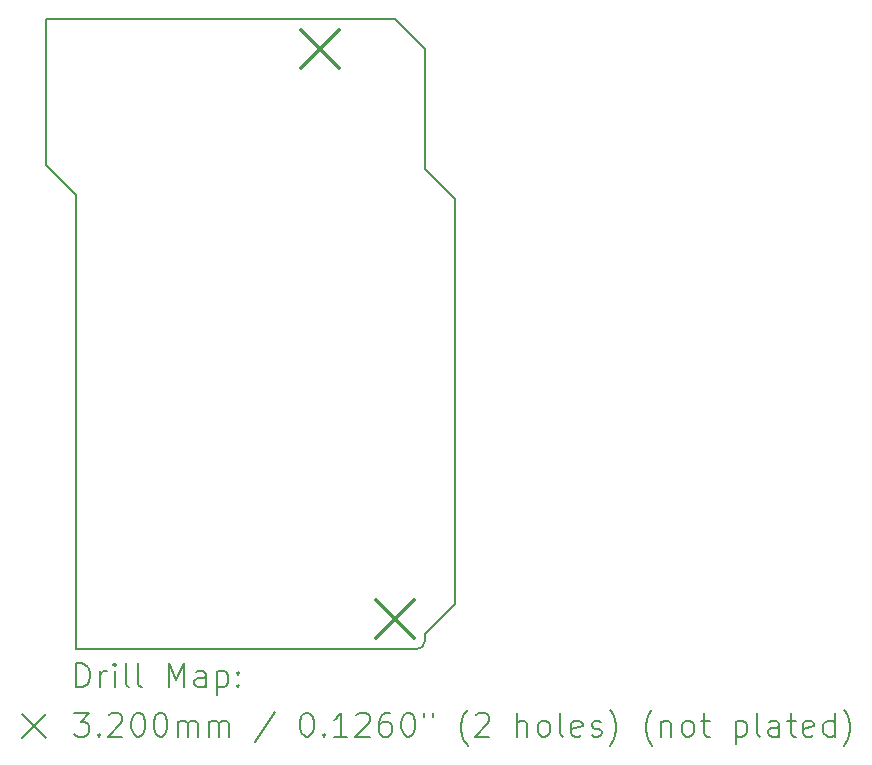
<source format=gbr>
%TF.GenerationSoftware,KiCad,Pcbnew,8.0.5*%
%TF.CreationDate,2024-09-14T16:10:26+01:00*%
%TF.ProjectId,DataShield,44617461-5368-4696-956c-642e6b696361,rev?*%
%TF.SameCoordinates,Original*%
%TF.FileFunction,Drillmap*%
%TF.FilePolarity,Positive*%
%FSLAX45Y45*%
G04 Gerber Fmt 4.5, Leading zero omitted, Abs format (unit mm)*
G04 Created by KiCad (PCBNEW 8.0.5) date 2024-09-14 16:10:26*
%MOMM*%
%LPD*%
G01*
G04 APERTURE LIST*
%ADD10C,0.150000*%
%ADD11C,0.200000*%
%ADD12C,0.320000*%
G04 APERTURE END LIST*
D10*
X16950000Y-6150000D02*
X16950000Y-10000000D01*
X19906000Y-5936000D02*
X20160000Y-6190000D01*
X20160000Y-6190000D02*
X20160000Y-9619000D01*
X16700000Y-4666000D02*
X16700000Y-5900000D01*
X19829800Y-10000000D02*
X16950000Y-10000000D01*
X16700000Y-4666000D02*
X19652000Y-4666000D01*
X20160000Y-9619000D02*
X19906000Y-9873000D01*
X19652000Y-4666000D02*
X19906000Y-4920000D01*
X19906000Y-9923800D02*
G75*
G02*
X19829800Y-10000000I-76200J0D01*
G01*
X16700000Y-5900000D02*
X16950000Y-6150000D01*
X19906000Y-4920000D02*
X19906000Y-5936000D01*
X19906000Y-9873000D02*
X19906000Y-9923800D01*
D11*
D12*
X18857000Y-4760000D02*
X19177000Y-5080000D01*
X19177000Y-4760000D02*
X18857000Y-5080000D01*
X19492000Y-9586000D02*
X19812000Y-9906000D01*
X19812000Y-9586000D02*
X19492000Y-9906000D01*
D11*
X16953277Y-10318984D02*
X16953277Y-10118984D01*
X16953277Y-10118984D02*
X17000896Y-10118984D01*
X17000896Y-10118984D02*
X17029467Y-10128508D01*
X17029467Y-10128508D02*
X17048515Y-10147555D01*
X17048515Y-10147555D02*
X17058039Y-10166603D01*
X17058039Y-10166603D02*
X17067563Y-10204698D01*
X17067563Y-10204698D02*
X17067563Y-10233270D01*
X17067563Y-10233270D02*
X17058039Y-10271365D01*
X17058039Y-10271365D02*
X17048515Y-10290412D01*
X17048515Y-10290412D02*
X17029467Y-10309460D01*
X17029467Y-10309460D02*
X17000896Y-10318984D01*
X17000896Y-10318984D02*
X16953277Y-10318984D01*
X17153277Y-10318984D02*
X17153277Y-10185650D01*
X17153277Y-10223746D02*
X17162801Y-10204698D01*
X17162801Y-10204698D02*
X17172324Y-10195174D01*
X17172324Y-10195174D02*
X17191372Y-10185650D01*
X17191372Y-10185650D02*
X17210420Y-10185650D01*
X17277086Y-10318984D02*
X17277086Y-10185650D01*
X17277086Y-10118984D02*
X17267563Y-10128508D01*
X17267563Y-10128508D02*
X17277086Y-10138031D01*
X17277086Y-10138031D02*
X17286610Y-10128508D01*
X17286610Y-10128508D02*
X17277086Y-10118984D01*
X17277086Y-10118984D02*
X17277086Y-10138031D01*
X17400896Y-10318984D02*
X17381848Y-10309460D01*
X17381848Y-10309460D02*
X17372324Y-10290412D01*
X17372324Y-10290412D02*
X17372324Y-10118984D01*
X17505658Y-10318984D02*
X17486610Y-10309460D01*
X17486610Y-10309460D02*
X17477086Y-10290412D01*
X17477086Y-10290412D02*
X17477086Y-10118984D01*
X17734229Y-10318984D02*
X17734229Y-10118984D01*
X17734229Y-10118984D02*
X17800896Y-10261841D01*
X17800896Y-10261841D02*
X17867563Y-10118984D01*
X17867563Y-10118984D02*
X17867563Y-10318984D01*
X18048515Y-10318984D02*
X18048515Y-10214222D01*
X18048515Y-10214222D02*
X18038991Y-10195174D01*
X18038991Y-10195174D02*
X18019944Y-10185650D01*
X18019944Y-10185650D02*
X17981848Y-10185650D01*
X17981848Y-10185650D02*
X17962801Y-10195174D01*
X18048515Y-10309460D02*
X18029467Y-10318984D01*
X18029467Y-10318984D02*
X17981848Y-10318984D01*
X17981848Y-10318984D02*
X17962801Y-10309460D01*
X17962801Y-10309460D02*
X17953277Y-10290412D01*
X17953277Y-10290412D02*
X17953277Y-10271365D01*
X17953277Y-10271365D02*
X17962801Y-10252317D01*
X17962801Y-10252317D02*
X17981848Y-10242793D01*
X17981848Y-10242793D02*
X18029467Y-10242793D01*
X18029467Y-10242793D02*
X18048515Y-10233270D01*
X18143753Y-10185650D02*
X18143753Y-10385650D01*
X18143753Y-10195174D02*
X18162801Y-10185650D01*
X18162801Y-10185650D02*
X18200896Y-10185650D01*
X18200896Y-10185650D02*
X18219944Y-10195174D01*
X18219944Y-10195174D02*
X18229467Y-10204698D01*
X18229467Y-10204698D02*
X18238991Y-10223746D01*
X18238991Y-10223746D02*
X18238991Y-10280889D01*
X18238991Y-10280889D02*
X18229467Y-10299936D01*
X18229467Y-10299936D02*
X18219944Y-10309460D01*
X18219944Y-10309460D02*
X18200896Y-10318984D01*
X18200896Y-10318984D02*
X18162801Y-10318984D01*
X18162801Y-10318984D02*
X18143753Y-10309460D01*
X18324705Y-10299936D02*
X18334229Y-10309460D01*
X18334229Y-10309460D02*
X18324705Y-10318984D01*
X18324705Y-10318984D02*
X18315182Y-10309460D01*
X18315182Y-10309460D02*
X18324705Y-10299936D01*
X18324705Y-10299936D02*
X18324705Y-10318984D01*
X18324705Y-10195174D02*
X18334229Y-10204698D01*
X18334229Y-10204698D02*
X18324705Y-10214222D01*
X18324705Y-10214222D02*
X18315182Y-10204698D01*
X18315182Y-10204698D02*
X18324705Y-10195174D01*
X18324705Y-10195174D02*
X18324705Y-10214222D01*
X16492500Y-10547500D02*
X16692500Y-10747500D01*
X16692500Y-10547500D02*
X16492500Y-10747500D01*
X16934229Y-10538984D02*
X17058039Y-10538984D01*
X17058039Y-10538984D02*
X16991372Y-10615174D01*
X16991372Y-10615174D02*
X17019944Y-10615174D01*
X17019944Y-10615174D02*
X17038991Y-10624698D01*
X17038991Y-10624698D02*
X17048515Y-10634222D01*
X17048515Y-10634222D02*
X17058039Y-10653270D01*
X17058039Y-10653270D02*
X17058039Y-10700889D01*
X17058039Y-10700889D02*
X17048515Y-10719936D01*
X17048515Y-10719936D02*
X17038991Y-10729460D01*
X17038991Y-10729460D02*
X17019944Y-10738984D01*
X17019944Y-10738984D02*
X16962801Y-10738984D01*
X16962801Y-10738984D02*
X16943753Y-10729460D01*
X16943753Y-10729460D02*
X16934229Y-10719936D01*
X17143753Y-10719936D02*
X17153277Y-10729460D01*
X17153277Y-10729460D02*
X17143753Y-10738984D01*
X17143753Y-10738984D02*
X17134229Y-10729460D01*
X17134229Y-10729460D02*
X17143753Y-10719936D01*
X17143753Y-10719936D02*
X17143753Y-10738984D01*
X17229467Y-10558031D02*
X17238991Y-10548508D01*
X17238991Y-10548508D02*
X17258039Y-10538984D01*
X17258039Y-10538984D02*
X17305658Y-10538984D01*
X17305658Y-10538984D02*
X17324705Y-10548508D01*
X17324705Y-10548508D02*
X17334229Y-10558031D01*
X17334229Y-10558031D02*
X17343753Y-10577079D01*
X17343753Y-10577079D02*
X17343753Y-10596127D01*
X17343753Y-10596127D02*
X17334229Y-10624698D01*
X17334229Y-10624698D02*
X17219944Y-10738984D01*
X17219944Y-10738984D02*
X17343753Y-10738984D01*
X17467563Y-10538984D02*
X17486610Y-10538984D01*
X17486610Y-10538984D02*
X17505658Y-10548508D01*
X17505658Y-10548508D02*
X17515182Y-10558031D01*
X17515182Y-10558031D02*
X17524705Y-10577079D01*
X17524705Y-10577079D02*
X17534229Y-10615174D01*
X17534229Y-10615174D02*
X17534229Y-10662793D01*
X17534229Y-10662793D02*
X17524705Y-10700889D01*
X17524705Y-10700889D02*
X17515182Y-10719936D01*
X17515182Y-10719936D02*
X17505658Y-10729460D01*
X17505658Y-10729460D02*
X17486610Y-10738984D01*
X17486610Y-10738984D02*
X17467563Y-10738984D01*
X17467563Y-10738984D02*
X17448515Y-10729460D01*
X17448515Y-10729460D02*
X17438991Y-10719936D01*
X17438991Y-10719936D02*
X17429467Y-10700889D01*
X17429467Y-10700889D02*
X17419944Y-10662793D01*
X17419944Y-10662793D02*
X17419944Y-10615174D01*
X17419944Y-10615174D02*
X17429467Y-10577079D01*
X17429467Y-10577079D02*
X17438991Y-10558031D01*
X17438991Y-10558031D02*
X17448515Y-10548508D01*
X17448515Y-10548508D02*
X17467563Y-10538984D01*
X17658039Y-10538984D02*
X17677086Y-10538984D01*
X17677086Y-10538984D02*
X17696134Y-10548508D01*
X17696134Y-10548508D02*
X17705658Y-10558031D01*
X17705658Y-10558031D02*
X17715182Y-10577079D01*
X17715182Y-10577079D02*
X17724705Y-10615174D01*
X17724705Y-10615174D02*
X17724705Y-10662793D01*
X17724705Y-10662793D02*
X17715182Y-10700889D01*
X17715182Y-10700889D02*
X17705658Y-10719936D01*
X17705658Y-10719936D02*
X17696134Y-10729460D01*
X17696134Y-10729460D02*
X17677086Y-10738984D01*
X17677086Y-10738984D02*
X17658039Y-10738984D01*
X17658039Y-10738984D02*
X17638991Y-10729460D01*
X17638991Y-10729460D02*
X17629467Y-10719936D01*
X17629467Y-10719936D02*
X17619944Y-10700889D01*
X17619944Y-10700889D02*
X17610420Y-10662793D01*
X17610420Y-10662793D02*
X17610420Y-10615174D01*
X17610420Y-10615174D02*
X17619944Y-10577079D01*
X17619944Y-10577079D02*
X17629467Y-10558031D01*
X17629467Y-10558031D02*
X17638991Y-10548508D01*
X17638991Y-10548508D02*
X17658039Y-10538984D01*
X17810420Y-10738984D02*
X17810420Y-10605650D01*
X17810420Y-10624698D02*
X17819944Y-10615174D01*
X17819944Y-10615174D02*
X17838991Y-10605650D01*
X17838991Y-10605650D02*
X17867563Y-10605650D01*
X17867563Y-10605650D02*
X17886610Y-10615174D01*
X17886610Y-10615174D02*
X17896134Y-10634222D01*
X17896134Y-10634222D02*
X17896134Y-10738984D01*
X17896134Y-10634222D02*
X17905658Y-10615174D01*
X17905658Y-10615174D02*
X17924705Y-10605650D01*
X17924705Y-10605650D02*
X17953277Y-10605650D01*
X17953277Y-10605650D02*
X17972325Y-10615174D01*
X17972325Y-10615174D02*
X17981848Y-10634222D01*
X17981848Y-10634222D02*
X17981848Y-10738984D01*
X18077086Y-10738984D02*
X18077086Y-10605650D01*
X18077086Y-10624698D02*
X18086610Y-10615174D01*
X18086610Y-10615174D02*
X18105658Y-10605650D01*
X18105658Y-10605650D02*
X18134229Y-10605650D01*
X18134229Y-10605650D02*
X18153277Y-10615174D01*
X18153277Y-10615174D02*
X18162801Y-10634222D01*
X18162801Y-10634222D02*
X18162801Y-10738984D01*
X18162801Y-10634222D02*
X18172325Y-10615174D01*
X18172325Y-10615174D02*
X18191372Y-10605650D01*
X18191372Y-10605650D02*
X18219944Y-10605650D01*
X18219944Y-10605650D02*
X18238991Y-10615174D01*
X18238991Y-10615174D02*
X18248515Y-10634222D01*
X18248515Y-10634222D02*
X18248515Y-10738984D01*
X18638991Y-10529460D02*
X18467563Y-10786603D01*
X18896134Y-10538984D02*
X18915182Y-10538984D01*
X18915182Y-10538984D02*
X18934229Y-10548508D01*
X18934229Y-10548508D02*
X18943753Y-10558031D01*
X18943753Y-10558031D02*
X18953277Y-10577079D01*
X18953277Y-10577079D02*
X18962801Y-10615174D01*
X18962801Y-10615174D02*
X18962801Y-10662793D01*
X18962801Y-10662793D02*
X18953277Y-10700889D01*
X18953277Y-10700889D02*
X18943753Y-10719936D01*
X18943753Y-10719936D02*
X18934229Y-10729460D01*
X18934229Y-10729460D02*
X18915182Y-10738984D01*
X18915182Y-10738984D02*
X18896134Y-10738984D01*
X18896134Y-10738984D02*
X18877087Y-10729460D01*
X18877087Y-10729460D02*
X18867563Y-10719936D01*
X18867563Y-10719936D02*
X18858039Y-10700889D01*
X18858039Y-10700889D02*
X18848515Y-10662793D01*
X18848515Y-10662793D02*
X18848515Y-10615174D01*
X18848515Y-10615174D02*
X18858039Y-10577079D01*
X18858039Y-10577079D02*
X18867563Y-10558031D01*
X18867563Y-10558031D02*
X18877087Y-10548508D01*
X18877087Y-10548508D02*
X18896134Y-10538984D01*
X19048515Y-10719936D02*
X19058039Y-10729460D01*
X19058039Y-10729460D02*
X19048515Y-10738984D01*
X19048515Y-10738984D02*
X19038991Y-10729460D01*
X19038991Y-10729460D02*
X19048515Y-10719936D01*
X19048515Y-10719936D02*
X19048515Y-10738984D01*
X19248515Y-10738984D02*
X19134229Y-10738984D01*
X19191372Y-10738984D02*
X19191372Y-10538984D01*
X19191372Y-10538984D02*
X19172325Y-10567555D01*
X19172325Y-10567555D02*
X19153277Y-10586603D01*
X19153277Y-10586603D02*
X19134229Y-10596127D01*
X19324706Y-10558031D02*
X19334229Y-10548508D01*
X19334229Y-10548508D02*
X19353277Y-10538984D01*
X19353277Y-10538984D02*
X19400896Y-10538984D01*
X19400896Y-10538984D02*
X19419944Y-10548508D01*
X19419944Y-10548508D02*
X19429468Y-10558031D01*
X19429468Y-10558031D02*
X19438991Y-10577079D01*
X19438991Y-10577079D02*
X19438991Y-10596127D01*
X19438991Y-10596127D02*
X19429468Y-10624698D01*
X19429468Y-10624698D02*
X19315182Y-10738984D01*
X19315182Y-10738984D02*
X19438991Y-10738984D01*
X19610420Y-10538984D02*
X19572325Y-10538984D01*
X19572325Y-10538984D02*
X19553277Y-10548508D01*
X19553277Y-10548508D02*
X19543753Y-10558031D01*
X19543753Y-10558031D02*
X19524706Y-10586603D01*
X19524706Y-10586603D02*
X19515182Y-10624698D01*
X19515182Y-10624698D02*
X19515182Y-10700889D01*
X19515182Y-10700889D02*
X19524706Y-10719936D01*
X19524706Y-10719936D02*
X19534229Y-10729460D01*
X19534229Y-10729460D02*
X19553277Y-10738984D01*
X19553277Y-10738984D02*
X19591372Y-10738984D01*
X19591372Y-10738984D02*
X19610420Y-10729460D01*
X19610420Y-10729460D02*
X19619944Y-10719936D01*
X19619944Y-10719936D02*
X19629468Y-10700889D01*
X19629468Y-10700889D02*
X19629468Y-10653270D01*
X19629468Y-10653270D02*
X19619944Y-10634222D01*
X19619944Y-10634222D02*
X19610420Y-10624698D01*
X19610420Y-10624698D02*
X19591372Y-10615174D01*
X19591372Y-10615174D02*
X19553277Y-10615174D01*
X19553277Y-10615174D02*
X19534229Y-10624698D01*
X19534229Y-10624698D02*
X19524706Y-10634222D01*
X19524706Y-10634222D02*
X19515182Y-10653270D01*
X19753277Y-10538984D02*
X19772325Y-10538984D01*
X19772325Y-10538984D02*
X19791372Y-10548508D01*
X19791372Y-10548508D02*
X19800896Y-10558031D01*
X19800896Y-10558031D02*
X19810420Y-10577079D01*
X19810420Y-10577079D02*
X19819944Y-10615174D01*
X19819944Y-10615174D02*
X19819944Y-10662793D01*
X19819944Y-10662793D02*
X19810420Y-10700889D01*
X19810420Y-10700889D02*
X19800896Y-10719936D01*
X19800896Y-10719936D02*
X19791372Y-10729460D01*
X19791372Y-10729460D02*
X19772325Y-10738984D01*
X19772325Y-10738984D02*
X19753277Y-10738984D01*
X19753277Y-10738984D02*
X19734229Y-10729460D01*
X19734229Y-10729460D02*
X19724706Y-10719936D01*
X19724706Y-10719936D02*
X19715182Y-10700889D01*
X19715182Y-10700889D02*
X19705658Y-10662793D01*
X19705658Y-10662793D02*
X19705658Y-10615174D01*
X19705658Y-10615174D02*
X19715182Y-10577079D01*
X19715182Y-10577079D02*
X19724706Y-10558031D01*
X19724706Y-10558031D02*
X19734229Y-10548508D01*
X19734229Y-10548508D02*
X19753277Y-10538984D01*
X19896134Y-10538984D02*
X19896134Y-10577079D01*
X19972325Y-10538984D02*
X19972325Y-10577079D01*
X20267563Y-10815174D02*
X20258039Y-10805650D01*
X20258039Y-10805650D02*
X20238991Y-10777079D01*
X20238991Y-10777079D02*
X20229468Y-10758031D01*
X20229468Y-10758031D02*
X20219944Y-10729460D01*
X20219944Y-10729460D02*
X20210420Y-10681841D01*
X20210420Y-10681841D02*
X20210420Y-10643746D01*
X20210420Y-10643746D02*
X20219944Y-10596127D01*
X20219944Y-10596127D02*
X20229468Y-10567555D01*
X20229468Y-10567555D02*
X20238991Y-10548508D01*
X20238991Y-10548508D02*
X20258039Y-10519936D01*
X20258039Y-10519936D02*
X20267563Y-10510412D01*
X20334230Y-10558031D02*
X20343753Y-10548508D01*
X20343753Y-10548508D02*
X20362801Y-10538984D01*
X20362801Y-10538984D02*
X20410420Y-10538984D01*
X20410420Y-10538984D02*
X20429468Y-10548508D01*
X20429468Y-10548508D02*
X20438991Y-10558031D01*
X20438991Y-10558031D02*
X20448515Y-10577079D01*
X20448515Y-10577079D02*
X20448515Y-10596127D01*
X20448515Y-10596127D02*
X20438991Y-10624698D01*
X20438991Y-10624698D02*
X20324706Y-10738984D01*
X20324706Y-10738984D02*
X20448515Y-10738984D01*
X20686611Y-10738984D02*
X20686611Y-10538984D01*
X20772325Y-10738984D02*
X20772325Y-10634222D01*
X20772325Y-10634222D02*
X20762801Y-10615174D01*
X20762801Y-10615174D02*
X20743753Y-10605650D01*
X20743753Y-10605650D02*
X20715182Y-10605650D01*
X20715182Y-10605650D02*
X20696134Y-10615174D01*
X20696134Y-10615174D02*
X20686611Y-10624698D01*
X20896134Y-10738984D02*
X20877087Y-10729460D01*
X20877087Y-10729460D02*
X20867563Y-10719936D01*
X20867563Y-10719936D02*
X20858039Y-10700889D01*
X20858039Y-10700889D02*
X20858039Y-10643746D01*
X20858039Y-10643746D02*
X20867563Y-10624698D01*
X20867563Y-10624698D02*
X20877087Y-10615174D01*
X20877087Y-10615174D02*
X20896134Y-10605650D01*
X20896134Y-10605650D02*
X20924706Y-10605650D01*
X20924706Y-10605650D02*
X20943753Y-10615174D01*
X20943753Y-10615174D02*
X20953277Y-10624698D01*
X20953277Y-10624698D02*
X20962801Y-10643746D01*
X20962801Y-10643746D02*
X20962801Y-10700889D01*
X20962801Y-10700889D02*
X20953277Y-10719936D01*
X20953277Y-10719936D02*
X20943753Y-10729460D01*
X20943753Y-10729460D02*
X20924706Y-10738984D01*
X20924706Y-10738984D02*
X20896134Y-10738984D01*
X21077087Y-10738984D02*
X21058039Y-10729460D01*
X21058039Y-10729460D02*
X21048515Y-10710412D01*
X21048515Y-10710412D02*
X21048515Y-10538984D01*
X21229468Y-10729460D02*
X21210420Y-10738984D01*
X21210420Y-10738984D02*
X21172325Y-10738984D01*
X21172325Y-10738984D02*
X21153277Y-10729460D01*
X21153277Y-10729460D02*
X21143753Y-10710412D01*
X21143753Y-10710412D02*
X21143753Y-10634222D01*
X21143753Y-10634222D02*
X21153277Y-10615174D01*
X21153277Y-10615174D02*
X21172325Y-10605650D01*
X21172325Y-10605650D02*
X21210420Y-10605650D01*
X21210420Y-10605650D02*
X21229468Y-10615174D01*
X21229468Y-10615174D02*
X21238992Y-10634222D01*
X21238992Y-10634222D02*
X21238992Y-10653270D01*
X21238992Y-10653270D02*
X21143753Y-10672317D01*
X21315182Y-10729460D02*
X21334230Y-10738984D01*
X21334230Y-10738984D02*
X21372325Y-10738984D01*
X21372325Y-10738984D02*
X21391373Y-10729460D01*
X21391373Y-10729460D02*
X21400896Y-10710412D01*
X21400896Y-10710412D02*
X21400896Y-10700889D01*
X21400896Y-10700889D02*
X21391373Y-10681841D01*
X21391373Y-10681841D02*
X21372325Y-10672317D01*
X21372325Y-10672317D02*
X21343753Y-10672317D01*
X21343753Y-10672317D02*
X21324706Y-10662793D01*
X21324706Y-10662793D02*
X21315182Y-10643746D01*
X21315182Y-10643746D02*
X21315182Y-10634222D01*
X21315182Y-10634222D02*
X21324706Y-10615174D01*
X21324706Y-10615174D02*
X21343753Y-10605650D01*
X21343753Y-10605650D02*
X21372325Y-10605650D01*
X21372325Y-10605650D02*
X21391373Y-10615174D01*
X21467563Y-10815174D02*
X21477087Y-10805650D01*
X21477087Y-10805650D02*
X21496134Y-10777079D01*
X21496134Y-10777079D02*
X21505658Y-10758031D01*
X21505658Y-10758031D02*
X21515182Y-10729460D01*
X21515182Y-10729460D02*
X21524706Y-10681841D01*
X21524706Y-10681841D02*
X21524706Y-10643746D01*
X21524706Y-10643746D02*
X21515182Y-10596127D01*
X21515182Y-10596127D02*
X21505658Y-10567555D01*
X21505658Y-10567555D02*
X21496134Y-10548508D01*
X21496134Y-10548508D02*
X21477087Y-10519936D01*
X21477087Y-10519936D02*
X21467563Y-10510412D01*
X21829468Y-10815174D02*
X21819944Y-10805650D01*
X21819944Y-10805650D02*
X21800896Y-10777079D01*
X21800896Y-10777079D02*
X21791373Y-10758031D01*
X21791373Y-10758031D02*
X21781849Y-10729460D01*
X21781849Y-10729460D02*
X21772325Y-10681841D01*
X21772325Y-10681841D02*
X21772325Y-10643746D01*
X21772325Y-10643746D02*
X21781849Y-10596127D01*
X21781849Y-10596127D02*
X21791373Y-10567555D01*
X21791373Y-10567555D02*
X21800896Y-10548508D01*
X21800896Y-10548508D02*
X21819944Y-10519936D01*
X21819944Y-10519936D02*
X21829468Y-10510412D01*
X21905658Y-10605650D02*
X21905658Y-10738984D01*
X21905658Y-10624698D02*
X21915182Y-10615174D01*
X21915182Y-10615174D02*
X21934230Y-10605650D01*
X21934230Y-10605650D02*
X21962801Y-10605650D01*
X21962801Y-10605650D02*
X21981849Y-10615174D01*
X21981849Y-10615174D02*
X21991373Y-10634222D01*
X21991373Y-10634222D02*
X21991373Y-10738984D01*
X22115182Y-10738984D02*
X22096134Y-10729460D01*
X22096134Y-10729460D02*
X22086611Y-10719936D01*
X22086611Y-10719936D02*
X22077087Y-10700889D01*
X22077087Y-10700889D02*
X22077087Y-10643746D01*
X22077087Y-10643746D02*
X22086611Y-10624698D01*
X22086611Y-10624698D02*
X22096134Y-10615174D01*
X22096134Y-10615174D02*
X22115182Y-10605650D01*
X22115182Y-10605650D02*
X22143754Y-10605650D01*
X22143754Y-10605650D02*
X22162801Y-10615174D01*
X22162801Y-10615174D02*
X22172325Y-10624698D01*
X22172325Y-10624698D02*
X22181849Y-10643746D01*
X22181849Y-10643746D02*
X22181849Y-10700889D01*
X22181849Y-10700889D02*
X22172325Y-10719936D01*
X22172325Y-10719936D02*
X22162801Y-10729460D01*
X22162801Y-10729460D02*
X22143754Y-10738984D01*
X22143754Y-10738984D02*
X22115182Y-10738984D01*
X22238992Y-10605650D02*
X22315182Y-10605650D01*
X22267563Y-10538984D02*
X22267563Y-10710412D01*
X22267563Y-10710412D02*
X22277087Y-10729460D01*
X22277087Y-10729460D02*
X22296134Y-10738984D01*
X22296134Y-10738984D02*
X22315182Y-10738984D01*
X22534230Y-10605650D02*
X22534230Y-10805650D01*
X22534230Y-10615174D02*
X22553277Y-10605650D01*
X22553277Y-10605650D02*
X22591373Y-10605650D01*
X22591373Y-10605650D02*
X22610420Y-10615174D01*
X22610420Y-10615174D02*
X22619944Y-10624698D01*
X22619944Y-10624698D02*
X22629468Y-10643746D01*
X22629468Y-10643746D02*
X22629468Y-10700889D01*
X22629468Y-10700889D02*
X22619944Y-10719936D01*
X22619944Y-10719936D02*
X22610420Y-10729460D01*
X22610420Y-10729460D02*
X22591373Y-10738984D01*
X22591373Y-10738984D02*
X22553277Y-10738984D01*
X22553277Y-10738984D02*
X22534230Y-10729460D01*
X22743753Y-10738984D02*
X22724706Y-10729460D01*
X22724706Y-10729460D02*
X22715182Y-10710412D01*
X22715182Y-10710412D02*
X22715182Y-10538984D01*
X22905658Y-10738984D02*
X22905658Y-10634222D01*
X22905658Y-10634222D02*
X22896134Y-10615174D01*
X22896134Y-10615174D02*
X22877087Y-10605650D01*
X22877087Y-10605650D02*
X22838992Y-10605650D01*
X22838992Y-10605650D02*
X22819944Y-10615174D01*
X22905658Y-10729460D02*
X22886611Y-10738984D01*
X22886611Y-10738984D02*
X22838992Y-10738984D01*
X22838992Y-10738984D02*
X22819944Y-10729460D01*
X22819944Y-10729460D02*
X22810420Y-10710412D01*
X22810420Y-10710412D02*
X22810420Y-10691365D01*
X22810420Y-10691365D02*
X22819944Y-10672317D01*
X22819944Y-10672317D02*
X22838992Y-10662793D01*
X22838992Y-10662793D02*
X22886611Y-10662793D01*
X22886611Y-10662793D02*
X22905658Y-10653270D01*
X22972325Y-10605650D02*
X23048515Y-10605650D01*
X23000896Y-10538984D02*
X23000896Y-10710412D01*
X23000896Y-10710412D02*
X23010420Y-10729460D01*
X23010420Y-10729460D02*
X23029468Y-10738984D01*
X23029468Y-10738984D02*
X23048515Y-10738984D01*
X23191373Y-10729460D02*
X23172325Y-10738984D01*
X23172325Y-10738984D02*
X23134230Y-10738984D01*
X23134230Y-10738984D02*
X23115182Y-10729460D01*
X23115182Y-10729460D02*
X23105658Y-10710412D01*
X23105658Y-10710412D02*
X23105658Y-10634222D01*
X23105658Y-10634222D02*
X23115182Y-10615174D01*
X23115182Y-10615174D02*
X23134230Y-10605650D01*
X23134230Y-10605650D02*
X23172325Y-10605650D01*
X23172325Y-10605650D02*
X23191373Y-10615174D01*
X23191373Y-10615174D02*
X23200896Y-10634222D01*
X23200896Y-10634222D02*
X23200896Y-10653270D01*
X23200896Y-10653270D02*
X23105658Y-10672317D01*
X23372325Y-10738984D02*
X23372325Y-10538984D01*
X23372325Y-10729460D02*
X23353277Y-10738984D01*
X23353277Y-10738984D02*
X23315182Y-10738984D01*
X23315182Y-10738984D02*
X23296134Y-10729460D01*
X23296134Y-10729460D02*
X23286611Y-10719936D01*
X23286611Y-10719936D02*
X23277087Y-10700889D01*
X23277087Y-10700889D02*
X23277087Y-10643746D01*
X23277087Y-10643746D02*
X23286611Y-10624698D01*
X23286611Y-10624698D02*
X23296134Y-10615174D01*
X23296134Y-10615174D02*
X23315182Y-10605650D01*
X23315182Y-10605650D02*
X23353277Y-10605650D01*
X23353277Y-10605650D02*
X23372325Y-10615174D01*
X23448515Y-10815174D02*
X23458039Y-10805650D01*
X23458039Y-10805650D02*
X23477087Y-10777079D01*
X23477087Y-10777079D02*
X23486611Y-10758031D01*
X23486611Y-10758031D02*
X23496134Y-10729460D01*
X23496134Y-10729460D02*
X23505658Y-10681841D01*
X23505658Y-10681841D02*
X23505658Y-10643746D01*
X23505658Y-10643746D02*
X23496134Y-10596127D01*
X23496134Y-10596127D02*
X23486611Y-10567555D01*
X23486611Y-10567555D02*
X23477087Y-10548508D01*
X23477087Y-10548508D02*
X23458039Y-10519936D01*
X23458039Y-10519936D02*
X23448515Y-10510412D01*
M02*

</source>
